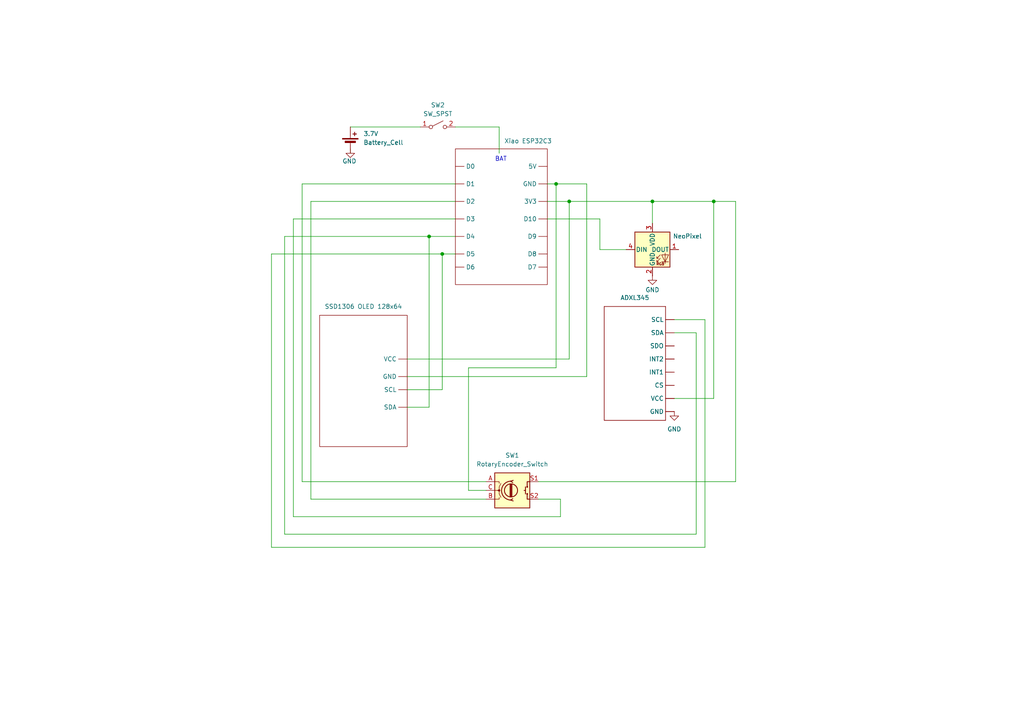
<source format=kicad_sch>
(kicad_sch (version 20250114) (generator "eeschema") (generator_version "9.0")
  (paper "A4")
  (title_block (date "2025-12-01") (rev "v1.0"))
  (lib_symbols
    (symbol "Device:Battery_Cell" (pin_numbers (hide yes)) (pin_names (offset 0) (hide yes))
      (property "Reference" "BT" (at 2.54 2.54 0))
      (property "Value" "Battery_Cell" (at 2.54 0 0))
      (symbol "Battery_Cell_0_1"
        (rectangle (start -2.286 1.778) (end 2.286 1.524) (fill (type outline)))
        (rectangle (start -1.524 1.016) (end 1.524 0.508) (fill (type outline)))
        (polyline (pts (xy 0 1.778) (xy 0 2.54)))
        (polyline (pts (xy 0 0.762) (xy 0 0)))
        (polyline (pts (xy 0.762 3.048) (xy 1.778 3.048)) (stroke (width 0.254)))
        (polyline (pts (xy 1.27 3.556) (xy 1.27 2.54)) (stroke (width 0.254)))
      )
      (symbol "Battery_Cell_1_1"
        (pin passive line (at 0 5.08 270) (length 2.54) (name "+") (number "1"))
        (pin passive line (at 0 -2.54 90) (length 2.54) (name "-") (number "2"))
      )
    )
    (symbol "Device:RotaryEncoder_Switch" (pin_names (offset 0.254) (hide yes))
      (property "Reference" "SW" (at 0 6.604 0))
      (property "Value" "RotaryEncoder_Switch" (at 0 -6.604 0))
      (symbol "RotaryEncoder_Switch_0_1"
        (rectangle (start -5.08 5.08) (end 5.08 -5.08) (stroke (width 0.254)) (fill (type background)))
        (polyline (pts (xy -5.08 2.54) (xy -3.81 2.54) (xy -3.81 2.032)))
        (polyline (pts (xy -5.08 0) (xy -3.81 0) (xy -3.81 -1.016) (xy -3.302 -2.032)))
        (polyline (pts (xy -5.08 -2.54) (xy -3.81 -2.54) (xy -3.81 -2.032)))
        (polyline (pts (xy -4.318 0) (xy -3.81 0) (xy -3.81 1.016) (xy -3.302 2.032)))
        (circle (center -3.81 0) (radius 0.254) (fill (type outline)))
        (polyline (pts (xy -0.635 -1.778) (xy -0.635 1.778)) (stroke (width 0.254)))
        (circle (center -0.381 0) (radius 1.905) (stroke (width 0.254)))
        (polyline (pts (xy -0.381 -1.778) (xy -0.381 1.778)) (stroke (width 0.254)))
        (arc (start -0.381 -2.794) (mid -3.0988 -0.0635) (end -0.381 2.667) (stroke (width 0.254)))
        (polyline (pts (xy -0.127 1.778) (xy -0.127 -1.778)) (stroke (width 0.254)))
        (polyline (pts (xy 0.254 2.921) (xy -0.508 2.667) (xy 0.127 2.286)) (stroke (width 0.254)))
        (polyline (pts (xy 0.254 -3.048) (xy -0.508 -2.794) (xy 0.127 -2.413)) (stroke (width 0.254)))
        (polyline (pts (xy 3.81 1.016) (xy 3.81 -1.016)) (stroke (width 0.254)))
        (polyline (pts (xy 3.81 0) (xy 3.429 0)) (stroke (width 0.254)))
        (circle (center 4.318 1.016) (radius 0.127) (stroke (width 0.254)))
        (circle (center 4.318 -1.016) (radius 0.127) (stroke (width 0.254)))
        (polyline (pts (xy 5.08 2.54) (xy 4.318 2.54) (xy 4.318 1.016)) (stroke (width 0.254)))
        (polyline (pts (xy 5.08 -2.54) (xy 4.318 -2.54) (xy 4.318 -1.016)) (stroke (width 0.254)))
      )
      (symbol "RotaryEncoder_Switch_1_1"
        (pin passive line (at -7.62 2.54 0) (length 2.54) (name "A") (number "A"))
        (pin passive line (at -7.62 0 0) (length 2.54) (name "C") (number "C"))
        (pin passive line (at -7.62 -2.54 0) (length 2.54) (name "B") (number "B"))
        (pin passive line (at 7.62 2.54 180) (length 2.54) (name "S1") (number "S1"))
        (pin passive line (at 7.62 -2.54 180) (length 2.54) (name "S2") (number "S2"))
      )
    )
    (symbol "Display_Graphic:SSD1306-OLED"
      (symbol "SSD1306-OLED_0_1"
        (rectangle (start -15.24 20.32) (end 10.16 -17.78))
      )
      (symbol "SSD1306-OLED_1_1"
        (pin power_in line (at 10.16 7.62 180) (length 2.54) (name "VCC") (number ""))
        (pin power_in line (at 10.16 2.54 180) (length 2.54) (name "GND") (number ""))
        (pin bidirectional line (at 10.16 -1.27 180) (length 2.54) (name "SCL") (number ""))
        (pin bidirectional line (at 10.16 -6.35 180) (length 2.54) (name "SDA") (number ""))
      )
    )
    (symbol "LED:NeoPixel_THT" (pin_names (offset 0.254))
      (property "Reference" "D" (at 5.08 5.715 0))
      (property "Value" "NeoPixel_THT" (at 1.27 -5.715 0))
      (symbol "NeoPixel_THT_0_0"
        (text "RGB" (at 2.286 -4.191 0) (effects (font (size 0.762 0.762))))
      )
      (symbol "NeoPixel_THT_0_1"
        (polyline (pts (xy 1.27 -2.54) (xy 1.778 -2.54)))
        (polyline (pts (xy 1.27 -3.556) (xy 1.778 -3.556)))
        (polyline (pts (xy 2.286 -1.524) (xy 1.27 -2.54) (xy 1.27 -2.032)))
        (polyline (pts (xy 2.286 -2.54) (xy 1.27 -3.556) (xy 1.27 -3.048)))
        (polyline (pts (xy 3.683 -1.016) (xy 3.683 -3.556) (xy 3.683 -4.064)))
        (polyline (pts (xy 4.699 -1.524) (xy 2.667 -1.524) (xy 3.683 -3.556) (xy 4.699 -1.524)))
        (polyline (pts (xy 4.699 -3.556) (xy 2.667 -3.556)))
        (rectangle (start 5.08 5.08) (end -5.08 -5.08) (stroke (width 0.254)) (fill (type background)))
      )
      (symbol "NeoPixel_THT_1_1"
        (pin input line (at -7.62 0 0) (length 2.54) (name "DIN") (number "4"))
        (pin power_in line (at 0 7.62 270) (length 2.54) (name "VDD") (number "3"))
        (pin power_in line (at 0 -7.62 90) (length 2.54) (name "GND") (number "2"))
        (pin output line (at 7.62 0 180) (length 2.54) (name "DOUT") (number "1"))
      )
    )
    (symbol "RF_Module:ESP32-C3-UW"
      (symbol "ESP32-C3-UW_0_1"
        (rectangle (start -21.59 12.7) (end 5.08 -26.67))
      )
      (symbol "ESP32-C3-UW_1_1"
        (pin output line (at -21.59 7.62 0) (length 2.54) (name "D0") (number ""))
        (pin input line (at -21.59 2.54 0) (length 2.54) (name "D1") (number ""))
        (pin bidirectional line (at -21.59 -2.54 0) (length 2.54) (name "D2") (number ""))
        (pin bidirectional line (at -21.59 -7.62 0) (length 2.54) (name "D3") (number ""))
        (pin output line (at -21.59 -12.7 0) (length 2.54) (name "D4") (number ""))
        (pin input line (at -21.59 -17.78 0) (length 2.54) (name "D5") (number ""))
        (pin input line (at -21.59 -21.59 0) (length 2.54) (name "D6") (number ""))
        (pin power_in line (at 5.08 7.62 180) (length 2.54) (name "5V") (number ""))
        (pin power_in line (at 5.08 2.54 180) (length 2.54) (name "GND") (number ""))
        (pin power_out line (at 5.08 -2.54 180) (length 2.54) (name "3V3") (number ""))
        (pin passive line (at 5.08 -7.62 180) (length 2.54) (name "D10") (number ""))
        (pin passive line (at 5.08 -12.7 180) (length 2.54) (name "D9") (number ""))
        (pin output line (at 5.08 -17.78 180) (length 2.54) (name "D8") (number ""))
        (pin input line (at 5.08 -21.59 180) (length 2.54) (name "D7") (number ""))
      )
    )
    (symbol "Sensor_Motion:ADXL345"
      (symbol "ADXL345_0_1"
        (rectangle (start -11.4554 15.24) (end -11.43 -17.78))
        (rectangle (start -11.43 15.2527) (end 6.35 15.2273))
        (rectangle (start -11.43 -17.7673) (end 6.35 -17.7927))
        (rectangle (start 6.3373 15.24) (end 6.3627 -17.78))
      )
      (symbol "ADXL345_1_1"
        (pin bidirectional line (at 8.89 11.43 180) (length 2.54) (name "SCL") (number ""))
        (pin bidirectional line (at 8.89 7.62 180) (length 2.54) (name "SDA") (number ""))
        (pin output line (at 8.89 3.81 180) (length 2.54) (name "SDO") (number ""))
        (pin output line (at 8.89 0 180) (length 2.54) (name "INT2") (number ""))
        (pin output line (at 8.89 -3.81 180) (length 2.54) (name "INT1") (number ""))
        (pin input line (at 8.89 -7.62 180) (length 2.54) (name "CS") (number ""))
        (pin power_in line (at 8.89 -11.43 180) (length 2.54) (name "VCC") (number ""))
        (pin power_in line (at 8.89 -15.24 180) (length 2.54) (name "GND") (number ""))
      )
    )
    (symbol "Switch:SW_SPST" (pin_names (offset 0) (hide yes))
      (property "Reference" "SW" (at 0 3.175 0))
      (property "Value" "SW_SPST" (at 0 -2.54 0))
      (symbol "SW_SPST_0_0"
        (circle (center -2.032 0) (radius 0.508))
        (polyline (pts (xy -1.524 0.254) (xy 1.524 1.778)))
        (circle (center 2.032 0) (radius 0.508))
      )
      (symbol "SW_SPST_1_1"
        (pin passive line (at -5.08 0 0) (length 2.54) (name "A") (number "1"))
        (pin passive line (at 5.08 0 180) (length 2.54) (name "B") (number "2"))
      )
    )
    (symbol "power:GND" (power) (pin_numbers (hide yes)) (pin_names (offset 0) (hide yes))
      (property "Value" "GND" (at 0 -3.81 0))
      (symbol "GND_0_1"
        (polyline (pts (xy 0 0) (xy 0 -1.27) (xy 1.27 -1.27) (xy 0 -2.54) (xy -1.27 -1.27) (xy 0 -1.27)))
      )
      (symbol "GND_1_1"
        (pin power_in line (at 0 0 270) (length 0) (name "~") (number "1"))
      )
    )
  )
  (text "BAT" (at 145.288 46.228 0) (effects (font (size 1.27 1.27))))
  (junction (at 207.01 58.42))
  (junction (at 189.23 58.42))
  (junction (at 165.1 58.42))
  (junction (at 124.46 68.58))
  (junction (at 161.29 53.34))
  (junction (at 128.27 73.66))
  (wire (pts (xy 144.78 36.83) (xy 132.08 36.83)))
  (wire (pts (xy 204.47 92.71) (xy 204.47 158.75)))
  (wire (pts (xy 173.99 63.5) (xy 158.75 63.5)))
  (wire (pts (xy 204.47 158.75) (xy 78.74 158.75)))
  (wire (pts (xy 78.74 73.66) (xy 128.27 73.66)))
  (wire (pts (xy 90.17 58.42) (xy 132.08 58.42)))
  (wire (pts (xy 78.74 158.75) (xy 78.74 73.66)))
  (wire (pts (xy 124.46 118.11) (xy 124.46 68.58)))
  (wire (pts (xy 161.29 53.34) (xy 158.75 53.34)))
  (wire (pts (xy 135.89 142.24) (xy 135.89 106.68)))
  (wire (pts (xy 195.58 96.52) (xy 201.93 96.52)))
  (wire (pts (xy 101.6 43.18) (xy 101.6 44.45)))
  (wire (pts (xy 118.11 109.22) (xy 170.18 109.22)))
  (wire (pts (xy 189.23 58.42) (xy 189.23 64.77)))
  (wire (pts (xy 118.11 113.03) (xy 128.27 113.03)))
  (wire (pts (xy 90.17 144.78) (xy 90.17 58.42)))
  (wire (pts (xy 162.56 144.78) (xy 162.56 149.86)))
  (wire (pts (xy 195.58 115.57) (xy 207.01 115.57)))
  (wire (pts (xy 82.55 68.58) (xy 124.46 68.58)))
  (wire (pts (xy 161.29 53.34) (xy 161.29 106.68)))
  (wire (pts (xy 82.55 154.94) (xy 82.55 68.58)))
  (wire (pts (xy 170.18 53.34) (xy 161.29 53.34)))
  (wire (pts (xy 158.75 58.42) (xy 165.1 58.42)))
  (wire (pts (xy 165.1 58.42) (xy 189.23 58.42)))
  (wire (pts (xy 162.56 149.86) (xy 85.09 149.86)))
  (wire (pts (xy 195.58 92.71) (xy 204.47 92.71)))
  (wire (pts (xy 124.46 68.58) (xy 132.08 68.58)))
  (wire (pts (xy 140.97 142.24) (xy 135.89 142.24)))
  (wire (pts (xy 118.11 118.11) (xy 124.46 118.11)))
  (wire (pts (xy 135.89 106.68) (xy 161.29 106.68)))
  (wire (pts (xy 140.97 144.78) (xy 90.17 144.78)))
  (wire (pts (xy 85.09 63.5) (xy 132.08 63.5)))
  (wire (pts (xy 207.01 58.42) (xy 207.01 115.57)))
  (wire (pts (xy 173.99 72.39) (xy 173.99 63.5)))
  (wire (pts (xy 201.93 96.52) (xy 201.93 154.94)))
  (wire (pts (xy 87.63 139.7) (xy 87.63 53.34)))
  (wire (pts (xy 156.21 139.7) (xy 213.36 139.7)))
  (wire (pts (xy 213.36 139.7) (xy 213.36 58.42)))
  (wire (pts (xy 156.21 144.78) (xy 162.56 144.78)))
  (wire (pts (xy 118.11 104.14) (xy 165.1 104.14)))
  (wire (pts (xy 82.55 154.94) (xy 201.93 154.94)))
  (wire (pts (xy 128.27 113.03) (xy 128.27 73.66)))
  (wire (pts (xy 140.97 139.7) (xy 87.63 139.7)))
  (wire (pts (xy 101.6 36.83) (xy 121.92 36.83)))
  (wire (pts (xy 144.78 44.45) (xy 144.78 36.83)))
  (wire (pts (xy 128.27 73.66) (xy 132.08 73.66)))
  (wire (pts (xy 189.23 58.42) (xy 207.01 58.42)))
  (wire (pts (xy 165.1 58.42) (xy 165.1 104.14)))
  (wire (pts (xy 87.63 53.34) (xy 132.08 53.34)))
  (wire (pts (xy 85.09 149.86) (xy 85.09 63.5)))
  (wire (pts (xy 207.01 58.42) (xy 213.36 58.42)))
  (wire (pts (xy 173.99 72.39) (xy 181.61 72.39)))
  (wire (pts (xy 170.18 109.22) (xy 170.18 53.34)))
  (symbol (lib_id "power:GND") (at 195.58 119.38 0) (unit 1)
    (property "Reference" "#PWR01" (effects (hide yes)))
    (property "Value" "GND" (at 195.58 124.46 0))
    (property "Description" "Power symbol creates a global label with name \"GND\" , ground" (effects (hide yes)))
  )
  (symbol (lib_id "Device:Battery_Cell") (at 101.6 41.91 0) (unit 1)
    (property "Reference" "3.7V" (at 105.41 38.7984 0) (effects (justify left)))
    (property "Value" "Battery_Cell" (at 105.41 41.3384 0) (effects (justify left)))
    (property "Description" "Single-cell battery" (effects (hide yes)))
  )
  (symbol (lib_id "power:GND") (at 101.6 43.18 0) (unit 1)
    (property "Reference" "#PWR03" (effects (hide yes)))
    (property "Value" "GND" (at 101.346 46.736 0))
    (property "Description" "Power symbol creates a global label with name \"GND\" , ground" (effects (hide yes)))
  )
  (symbol (lib_id "Sensor_Motion:ADXL345") (at 186.69 104.14 0) (unit 1)
    (property "Reference" "U2" (effects (hide yes)))
    (property "Value" "ADXL345" (at 184.1436 86.36 0))
  )
  (symbol (lib_id "Switch:SW_SPST") (at 127 36.83 0) (unit 1)
    (property "Reference" "SW2" (at 127 30.48 0))
    (property "Value" "SW_SPST" (at 127 33.02 0))
    (property "Description" "Single Pole Single Throw (SPST) switch" (effects (hide yes)))
  )
  (symbol (lib_id "RF_Module:ESP32-C3-UW") (at 153.67 55.88 0) (unit 1)
    (property "Reference" "U1" (effects (hide yes)))
    (property "Value" "Xiao ESP32C3" (at 153.162 40.894 0))
  )
  (symbol (lib_id "Display_Graphic:SSD1306-OLED") (at 107.95 111.76 0) (unit 1)
    (property "Reference" "." (effects (hide yes)))
    (property "Value" "SSD1306 OLED 128x64" (at 105.41 88.9 0))
  )
  (symbol (lib_id "LED:NeoPixel_THT") (at 189.23 72.39 0) (unit 1)
    (property "Reference" "D1" (effects (hide yes)))
    (property "Value" "NeoPixel" (at 199.39 68.5098 0))
    (property "Datasheet" "https://www.adafruit.com/product/1938" (effects (hide yes)))
    (property "Description" "RGB LED with integrated controller, 5mm/8mm LED package" (effects (hide yes)))
  )
  (symbol (lib_id "power:GND") (at 189.23 80.01 0) (unit 1)
    (property "Reference" "#PWR02" (effects (hide yes)))
    (property "Value" "GND" (at 189.23 84.074 0))
    (property "Description" "Power symbol creates a global label with name \"GND\" , ground" (effects (hide yes)))
  )
  (symbol (lib_id "Device:RotaryEncoder_Switch") (at 148.59 142.24 0) (unit 1)
    (property "Reference" "SW1" (at 148.59 132.08 0))
    (property "Value" "RotaryEncoder_Switch" (at 148.59 134.62 0))
    (property "Description" "Rotary encoder, dual channel, incremental quadrate outputs, with switch" (effects (hide yes)))
  )
)
</source>
